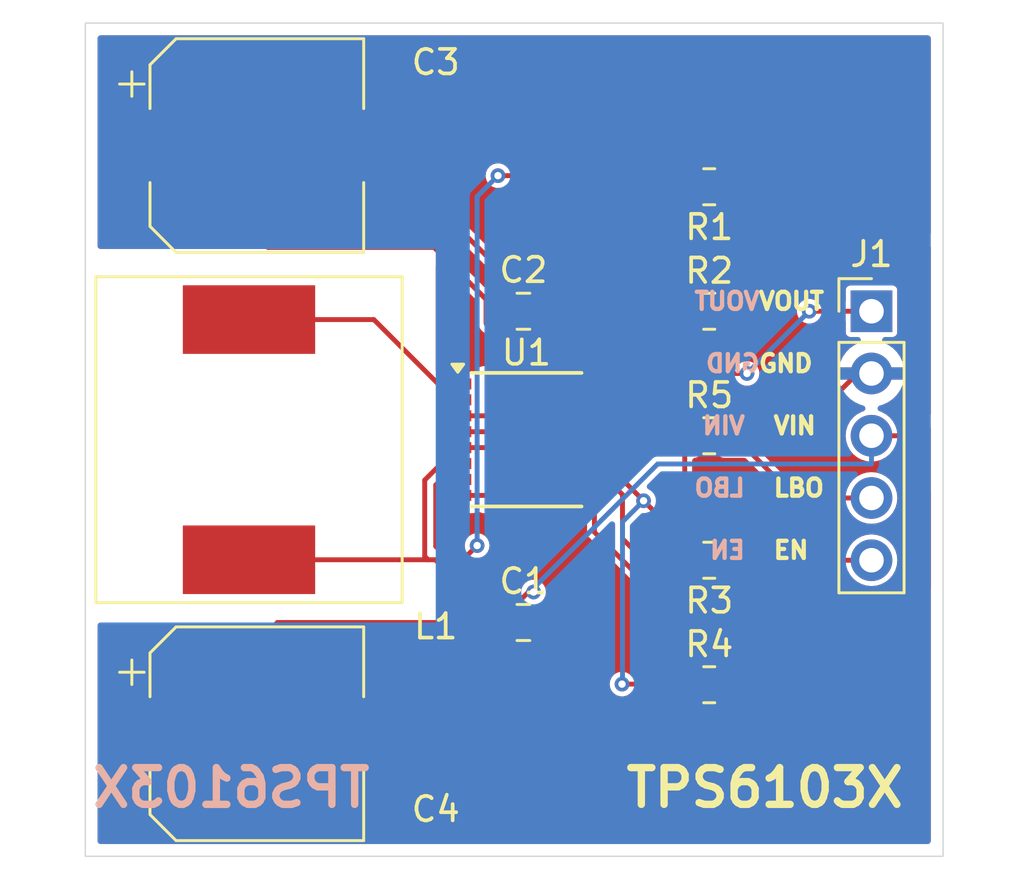
<source format=kicad_pcb>
(kicad_pcb (version 20221018) (generator pcbnew)
  (layers (0 "F.Cu" signal) (31 "B.Cu" signal) (34 "B.Paste" user) (35 "F.Paste" user) (36 "B.SilkS" user "B.Silkscreen") (37 "F.SilkS" user "F.Silkscreen") (38 "B.Mask" user) (39 "F.Mask" user) (44 "Edge.Cuts" user))
  (net 0 "")
  (net 2 "GND")
  (net 3 "Net-(C2-Pad2)")
  (net 4 "Net-(L1-Pad2)")
  (net 5 "Net-(U1-LBI)")
  (net 6 "Net-(U1-FB)")
  (net 7 "/VIN")
  (net 8 "/VOUT")
  (net 9 "/LBO")
  (net 10 "/EN")
  (footprint "Package_SO:HTSSOP-16-1EP_4.4x5mm_P0.65mm_EP3.4x5mm" (layer "F.Cu") (at 118 117)
    (fp_text reference "U1" (at 0 -3.55) (layer "F.SilkS"))
    (fp_text value "TPS61032")
    (fp_line (start -2.25 -2.725) (end 2.25 -2.725) (stroke (width 0.15)) (layer "F.SilkS"))
    (fp_line (start -2.25 2.725) (end 2.25 2.725) (stroke (width 0.15)) (layer "F.SilkS"))
    (fp_poly (pts (xy -2.8 -2.75) (xy -3.04 -3.08) (xy -2.56 -3.08) (xy -2.8 -2.75)) (stroke (width 0.12)) (fill solid) (layer "F.SilkS"))
    (pad "1" smd rect (at -2.775 -2.275) (size 1.05 0.45) (layers "F.Cu" "F.Paste" "F.Mask") (net 4 "Net-(L1-Pad2)"))
    (pad "2" smd rect (at -2.775 -1.625) (size 1.05 0.45) (layers "F.Cu" "F.Paste" "F.Mask") (net 4 "Net-(L1-Pad2)"))
    (pad "3" smd rect (at -2.775 -0.975) (size 1.05 0.45) (layers "F.Cu" "F.Paste" "F.Mask") (net 2 "GND"))
    (pad "4" smd rect (at -2.775 -0.325) (size 1.05 0.45) (layers "F.Cu" "F.Paste" "F.Mask") (net 2 "GND"))
    (pad "5" smd rect (at -2.775 0.325) (size 1.05 0.45) (layers "F.Cu" "F.Paste" "F.Mask") (net 2 "GND"))
    (pad "6" smd rect (at -2.775 0.975) (size 1.05 0.45) (layers "F.Cu" "F.Paste" "F.Mask") (net 7 "/VIN"))
    (pad "7" smd rect (at -2.775 1.625) (size 1.05 0.45) (layers "F.Cu" "F.Paste" "F.Mask") (net 5 "Net-(U1-LBI)"))
    (pad "8" smd rect (at -2.775 2.275) (size 1.05 0.45) (layers "F.Cu" "F.Paste" "F.Mask") (net 2 "GND"))
    (pad "9" smd rect (at 2.775 2.275) (size 1.05 0.45) (layers "F.Cu" "F.Paste" "F.Mask") (net 10 "/EN"))
    (pad "10" smd rect (at 2.775 1.625) (size 1.05 0.45) (layers "F.Cu" "F.Paste" "F.Mask") (net 9 "/LBO"))
    (pad "11" smd rect (at 2.775 0.975) (size 1.05 0.45) (layers "F.Cu" "F.Paste" "F.Mask") (net 2 "GND"))
    (pad "12" smd rect (at 2.775 0.325) (size 1.05 0.45) (layers "F.Cu" "F.Paste" "F.Mask") (net 6 "Net-(U1-FB)"))
    (pad "13" smd rect (at 2.775 -0.325) (size 1.05 0.45) (layers "F.Cu" "F.Paste" "F.Mask") (net 8 "/VOUT"))
    (pad "14" smd rect (at 2.775 -0.975) (size 1.05 0.45) (layers "F.Cu" "F.Paste" "F.Mask") (net 8 "/VOUT"))
    (pad "15" smd rect (at 2.775 -1.625) (size 1.05 0.45) (layers "F.Cu" "F.Paste" "F.Mask") (net 8 "/VOUT"))
    (pad "16" smd rect (at 2.775 -2.275) (size 1.05 0.45) (layers "F.Cu" "F.Paste" "F.Mask"))
    (pad "17" smd rect (at 0 0) (size 3.4 5) (layers "F.Cu" "F.Mask") (net 2 "GND"))
  )
  (footprint "Capacitor_SMD:CP_Elec_8x10.5" (layer "F.Cu") (at 107 129)
    (fp_text reference "C4" (at 7.3 3.08) (layer "F.SilkS"))
    (fp_text value "C")
    (fp_line (start -5.6 -2.51) (end -4.6 -2.51) (stroke (width 0.12)) (layer "F.SilkS"))
    (fp_line (start -5.1 -3.01) (end -5.1 -2.01) (stroke (width 0.12)) (layer "F.SilkS"))
    (fp_line (start -4.36 -3.295563) (end -4.36 -1.51) (stroke (width 0.12)) (layer "F.SilkS"))
    (fp_line (start -4.36 -3.295563) (end -3.295563 -4.36) (stroke (width 0.12)) (layer "F.SilkS"))
    (fp_line (start -4.36 3.295563) (end -4.36 1.51) (stroke (width 0.12)) (layer "F.SilkS"))
    (fp_line (start -4.36 3.295563) (end -3.295563 4.36) (stroke (width 0.12)) (layer "F.SilkS"))
    (fp_line (start -3.295563 -4.36) (end 4.36 -4.36) (stroke (width 0.12)) (layer "F.SilkS"))
    (fp_line (start -3.295563 4.36) (end 4.36 4.36) (stroke (width 0.12)) (layer "F.SilkS"))
    (fp_line (start 4.36 -4.36) (end 4.36 -1.51) (stroke (width 0.12)) (layer "F.SilkS"))
    (fp_line (start 4.36 4.36) (end 4.36 1.51) (stroke (width 0.12)) (layer "F.SilkS"))
    (pad "1" smd roundrect (at -3.7 0) (size 4.4 2.5) (layers "F.Cu" "F.Paste" "F.Mask") (roundrect_rratio 0.1) (net 7 "/VIN"))
    (pad "2" smd roundrect (at 3.7 0) (size 4.4 2.5) (layers "F.Cu" "F.Paste" "F.Mask") (roundrect_rratio 0.1) (net 2 "GND"))
  )
  (footprint "Resistor_SMD:R_0805_2012Metric_Pad1.20x1.40mm_HandSolder" (layer "F.Cu") (at 125.46 121.92 180)
    (fp_text reference "R3" (at 0 -1.65) (layer "F.SilkS"))
    (fp_text value "R")
    (fp_line (start -0.227064 -0.735) (end 0.227064 -0.735) (stroke (width 0.12)) (layer "F.SilkS"))
    (fp_line (start -0.227064 0.735) (end 0.227064 0.735) (stroke (width 0.12)) (layer "F.SilkS"))
    (pad "1" smd roundrect (at -1 0 180) (size 1.2 1.4) (layers "F.Cu" "F.Paste" "F.Mask") (roundrect_rratio 0.208333) (net 8 "/VOUT"))
    (pad "2" smd roundrect (at 1 0 180) (size 1.2 1.4) (layers "F.Cu" "F.Paste" "F.Mask") (roundrect_rratio 0.208333) (net 6 "Net-(U1-FB)"))
  )
  (footprint "Capacitor_SMD:C_0805_2012Metric_Pad1.18x1.45mm_HandSolder" (layer "F.Cu") (at 117.8775 124.46)
    (fp_text reference "C1" (at 0 -1.68) (layer "F.SilkS"))
    (fp_text value "C")
    (fp_line (start -0.261252 -0.735) (end 0.261252 -0.735) (stroke (width 0.12)) (layer "F.SilkS"))
    (fp_line (start -0.261252 0.735) (end 0.261252 0.735) (stroke (width 0.12)) (layer "F.SilkS"))
    (pad "1" smd roundrect (at -1.0375 0) (size 1.175 1.45) (layers "F.Cu" "F.Paste" "F.Mask") (roundrect_rratio 0.212766) (net 7 "/VIN"))
    (pad "2" smd roundrect (at 1.0375 0) (size 1.175 1.45) (layers "F.Cu" "F.Paste" "F.Mask") (roundrect_rratio 0.212766) (net 2 "GND"))
  )
  (footprint "Inductor_SMD_power:L_Sumida_CDRH124_12.3x12.3mm" (layer "F.Cu") (at 106.68 117 180)
    (fp_text reference "L1" (at -7.62 -7.62) (layer "F.SilkS"))
    (fp_text value "L")
    (fp_line (start -6.25 -6.65) (end 6.25 -6.65) (stroke (width 0.12)) (layer "F.SilkS"))
    (fp_line (start -6.25 6.65) (end -6.25 -6.65) (stroke (width 0.12)) (layer "F.SilkS"))
    (fp_line (start 6.25 -6.65) (end 6.25 6.65) (stroke (width 0.12)) (layer "F.SilkS"))
    (fp_line (start 6.25 6.65) (end -6.25 6.65) (stroke (width 0.12)) (layer "F.SilkS"))
    (pad "1" smd rect (at 0 -4.9 90) (size 2.8 5.4) (layers "F.Cu" "F.Paste" "F.Mask") (net 7 "/VIN"))
    (pad "2" smd rect (at 0 4.9 90) (size 2.8 5.4) (layers "F.Cu" "F.Paste" "F.Mask") (net 4 "Net-(L1-Pad2)"))
  )
  (footprint "Resistor_SMD:R_0805_2012Metric_Pad1.20x1.40mm_HandSolder" (layer "F.Cu") (at 125.46 106.68 180)
    (fp_text reference "R1" (at 0 -1.65) (layer "F.SilkS"))
    (fp_text value "R")
    (fp_line (start -0.227064 -0.735) (end 0.227064 -0.735) (stroke (width 0.12)) (layer "F.SilkS"))
    (fp_line (start -0.227064 0.735) (end 0.227064 0.735) (stroke (width 0.12)) (layer "F.SilkS"))
    (pad "1" smd roundrect (at -1 0 180) (size 1.2 1.4) (layers "F.Cu" "F.Paste" "F.Mask") (roundrect_rratio 0.208333) (net 7 "/VIN"))
    (pad "2" smd roundrect (at 1 0 180) (size 1.2 1.4) (layers "F.Cu" "F.Paste" "F.Mask") (roundrect_rratio 0.208333) (net 5 "Net-(U1-LBI)"))
  )
  (footprint "Resistor_SMD:R_0805_2012Metric_Pad1.20x1.40mm_HandSolder" (layer "F.Cu") (at 125.46 116.84)
    (fp_text reference "R5" (at 0 -1.65) (layer "F.SilkS"))
    (fp_text value "R")
    (fp_line (start -0.227064 -0.735) (end 0.227064 -0.735) (stroke (width 0.12)) (layer "F.SilkS"))
    (fp_line (start -0.227064 0.735) (end 0.227064 0.735) (stroke (width 0.12)) (layer "F.SilkS"))
    (pad "1" smd roundrect (at -1 0) (size 1.2 1.4) (layers "F.Cu" "F.Paste" "F.Mask") (roundrect_rratio 0.208333) (net 8 "/VOUT"))
    (pad "2" smd roundrect (at 1 0) (size 1.2 1.4) (layers "F.Cu" "F.Paste" "F.Mask") (roundrect_rratio 0.208333) (net 9 "/LBO"))
  )
  (footprint "Capacitor_SMD:CP_Elec_8x10.5" (layer "F.Cu") (at 107 105)
    (fp_text reference "C3" (at 7.3 -3.4) (layer "F.SilkS"))
    (fp_text value "C")
    (fp_line (start -5.6 -2.51) (end -4.6 -2.51) (stroke (width 0.12)) (layer "F.SilkS"))
    (fp_line (start -5.1 -3.01) (end -5.1 -2.01) (stroke (width 0.12)) (layer "F.SilkS"))
    (fp_line (start -4.36 -3.295563) (end -4.36 -1.51) (stroke (width 0.12)) (layer "F.SilkS"))
    (fp_line (start -4.36 -3.295563) (end -3.295563 -4.36) (stroke (width 0.12)) (layer "F.SilkS"))
    (fp_line (start -4.36 3.295563) (end -4.36 1.51) (stroke (width 0.12)) (layer "F.SilkS"))
    (fp_line (start -4.36 3.295563) (end -3.295563 4.36) (stroke (width 0.12)) (layer "F.SilkS"))
    (fp_line (start -3.295563 -4.36) (end 4.36 -4.36) (stroke (width 0.12)) (layer "F.SilkS"))
    (fp_line (start -3.295563 4.36) (end 4.36 4.36) (stroke (width 0.12)) (layer "F.SilkS"))
    (fp_line (start 4.36 -4.36) (end 4.36 -1.51) (stroke (width 0.12)) (layer "F.SilkS"))
    (fp_line (start 4.36 4.36) (end 4.36 1.51) (stroke (width 0.12)) (layer "F.SilkS"))
    (pad "1" smd roundrect (at -3.7 0) (size 4.4 2.5) (layers "F.Cu" "F.Paste" "F.Mask") (roundrect_rratio 0.1) (net 8 "/VOUT"))
    (pad "2" smd roundrect (at 3.7 0) (size 4.4 2.5) (layers "F.Cu" "F.Paste" "F.Mask") (roundrect_rratio 0.1) (net 3 "Net-(C2-Pad2)"))
  )
  (footprint "Resistor_SMD:R_0805_2012Metric_Pad1.20x1.40mm_HandSolder" (layer "F.Cu") (at 125.46 127)
    (fp_text reference "R4" (at 0 -1.65) (layer "F.SilkS"))
    (fp_text value "R")
    (fp_line (start -0.227064 -0.735) (end 0.227064 -0.735) (stroke (width 0.12)) (layer "F.SilkS"))
    (fp_line (start -0.227064 0.735) (end 0.227064 0.735) (stroke (width 0.12)) (layer "F.SilkS"))
    (pad "1" smd roundrect (at -1 0) (size 1.2 1.4) (layers "F.Cu" "F.Paste" "F.Mask") (roundrect_rratio 0.208333) (net 6 "Net-(U1-FB)"))
    (pad "2" smd roundrect (at 1 0) (size 1.2 1.4) (layers "F.Cu" "F.Paste" "F.Mask") (roundrect_rratio 0.208333) (net 2 "GND"))
  )
  (footprint "Connector_PinHeader_2.54mm:PinHeader_1x05_P2.54mm_Vertical" (layer "F.Cu") (at 132.08 111.76)
    (fp_text reference "J1" (at 0 -2.33) (layer "F.SilkS"))
    (fp_text value "Conn_01x05_Pin")
    (fp_line (start -1.33 -1.33) (end 0 -1.33) (stroke (width 0.12)) (layer "F.SilkS"))
    (fp_line (start -1.33 0) (end -1.33 -1.33) (stroke (width 0.12)) (layer "F.SilkS"))
    (fp_line (start -1.33 1.27) (end -1.33 11.49) (stroke (width 0.12)) (layer "F.SilkS"))
    (fp_line (start -1.33 1.27) (end 1.33 1.27) (stroke (width 0.12)) (layer "F.SilkS"))
    (fp_line (start -1.33 11.49) (end 1.33 11.49) (stroke (width 0.12)) (layer "F.SilkS"))
    (fp_line (start 1.33 1.27) (end 1.33 11.49) (stroke (width 0.12)) (layer "F.SilkS"))
    (pad "1" thru_hole rect (at 0 0) (size 1.7 1.7) (drill 1) (layers "*.Cu" "*.Mask") (net 8 "/VOUT"))
    (pad "2" thru_hole oval (at 0 2.54) (size 1.7 1.7) (drill 1) (layers "*.Cu" "*.Mask") (net 2 "GND"))
    (pad "3" thru_hole oval (at 0 5.08) (size 1.7 1.7) (drill 1) (layers "*.Cu" "*.Mask") (net 7 "/VIN"))
    (pad "4" thru_hole oval (at 0 7.62) (size 1.7 1.7) (drill 1) (layers "*.Cu" "*.Mask") (net 9 "/LBO"))
    (pad "5" thru_hole oval (at 0 10.16) (size 1.7 1.7) (drill 1) (layers "*.Cu" "*.Mask") (net 10 "/EN"))
  )
  (footprint "Capacitor_SMD:C_0805_2012Metric_Pad1.18x1.45mm_HandSolder" (layer "F.Cu") (at 117.8775 111.76)
    (fp_text reference "C2" (at 0 -1.68) (layer "F.SilkS"))
    (fp_text value "C")
    (fp_line (start -0.261252 -0.735) (end 0.261252 -0.735) (stroke (width 0.12)) (layer "F.SilkS"))
    (fp_line (start -0.261252 0.735) (end 0.261252 0.735) (stroke (width 0.12)) (layer "F.SilkS"))
    (pad "1" smd roundrect (at -1.0375 0) (size 1.175 1.45) (layers "F.Cu" "F.Paste" "F.Mask") (roundrect_rratio 0.212766) (net 8 "/VOUT"))
    (pad "2" smd roundrect (at 1.0375 0) (size 1.175 1.45) (layers "F.Cu" "F.Paste" "F.Mask") (roundrect_rratio 0.212766) (net 3 "Net-(C2-Pad2)"))
  )
  (footprint "Resistor_SMD:R_0805_2012Metric_Pad1.20x1.40mm_HandSolder" (layer "F.Cu") (at 125.46 111.76)
    (fp_text reference "R2" (at 0 -1.65) (layer "F.SilkS"))
    (fp_text value "R")
    (fp_line (start -0.227064 -0.735) (end 0.227064 -0.735) (stroke (width 0.12)) (layer "F.SilkS"))
    (fp_line (start -0.227064 0.735) (end 0.227064 0.735) (stroke (width 0.12)) (layer "F.SilkS"))
    (pad "1" smd roundrect (at -1 0) (size 1.2 1.4) (layers "F.Cu" "F.Paste" "F.Mask") (roundrect_rratio 0.208333) (net 5 "Net-(U1-LBI)"))
    (pad "2" smd roundrect (at 1 0) (size 1.2 1.4) (layers "F.Cu" "F.Paste" "F.Mask") (roundrect_rratio 0.208333) (net 2 "GND"))
  )
  (gr_rect (start 100 100) (end 135 134) (stroke (width 0.05)) (fill none) (layer "Edge.Cuts"))
  (gr_text "VOUT" (at 127.6 111.76) (layer "B.SilkS") (effects (font (size 0.7 0.7) (thickness 0.175) bold) (justify left bottom mirror)))
  (gr_text "EN" (at 127 121.92) (layer "B.SilkS") (effects (font (size 0.7 0.7) (thickness 0.175) bold) (justify left bottom mirror)))
  (gr_text "VIN" (at 127 116.84) (layer "B.SilkS") (effects (font (size 0.7 0.7) (thickness 0.175) bold) (justify left bottom mirror)))
  (gr_text "TPS6103X" (at 111.76 132.08) (layer "B.SilkS") (effects (font (size 1.5 1.5) (thickness 0.3) bold) (justify left bottom mirror)))
  (gr_text "LBO" (at 127 119.38) (layer "B.SilkS") (effects (font (size 0.7 0.7) (thickness 0.175) bold) (justify left bottom mirror)))
  (gr_text "GND" (at 127.6 114.3) (layer "B.SilkS") (effects (font (size 0.7 0.7) (thickness 0.175) bold) (justify left bottom mirror)))
  (gr_text "EN" (at 128 121.92) (layer "F.SilkS") (effects (font (size 0.7 0.7) (thickness 0.175) bold) (justify left bottom)))
  (gr_text "TPS6103X" (at 121.92 132.08) (layer "F.SilkS") (effects (font (size 1.5 1.5) (thickness 0.3) bold) (justify left bottom)))
  (gr_text "LBO" (at 128 119.38) (layer "F.SilkS") (effects (font (size 0.7 0.7) (thickness 0.175) bold) (justify left bottom)))
  (gr_text "VOUT" (at 127.4 111.76) (layer "F.SilkS") (effects (font (size 0.7 0.7) (thickness 0.175) bold) (justify left bottom)))
  (gr_text "VIN" (at 128 116.84) (layer "F.SilkS") (effects (font (size 0.7 0.7) (thickness 0.175) bold) (justify left bottom)))
  (gr_text "GND" (at 127.4 114.3) (layer "F.SilkS") (effects (font (size 0.7 0.7) (thickness 0.175) bold) (justify left bottom)))
  (segment (start 118 117) (end 118.1635 117.1634) (width 0.2) (layer "F.Cu") (net 2))
  (segment (start 118.975 117.975) (end 120.775 117.975) (width 0.2) (layer "F.Cu") (net 2))
  (segment (start 123.92 124.46) (end 118.915 124.46) (width 0.2) (layer "F.Cu") (net 2))
  (segment (start 115.225 119.275) (end 116.735 119.275) (width 0.2) (layer "F.Cu") (net 2))
  (segment (start 129.54 116.84) (end 130.83 118.13) (width 0.2) (layer "F.Cu") (net 2))
  (segment (start 110.7 129) (end 124.46 129) (width 0.2) (layer "F.Cu") (net 2))
  (segment (start 129.54 116.2641) (end 129.54 116.84) (width 0.2) (layer "F.Cu") (net 2))
  (segment (start 131.5041 114.3) (end 129.54 116.2641) (width 0.2) (layer "F.Cu") (net 2))
  (segment (start 116.84 119.38) (end 116.735 119.275) (width 0.2) (layer "F.Cu") (net 2))
  (segment (start 134.4 119.16) (end 134.4 122.96625) (width 0.2) (layer "F.Cu") (net 2))
  (segment (start 130.83 118.13) (end 133.37 118.13) (width 0.2) (layer "F.Cu") (net 2))
  (segment (start 128.3881 111.76) (end 126.46 111.76) (width 0.2) (layer "F.Cu") (net 2))
  (segment (start 115.225 116.025) (end 117.025 116.025) (width 0.2) (layer "F.Cu") (net 2))
  (segment (start 117.675 116.675) (end 118 117) (width 0.2) (layer "F.Cu") (net 2))
  (segment (start 118.1635 117.1634) (end 118.975 117.975) (width 0.2) (layer "F.Cu") (net 2))
  (segment (start 133.37 118.13) (end 134.4 119.16) (width 0.2) (layer "F.Cu") (net 2))
  (segment (start 124.46 129) (end 126.46 127) (width 0.2) (layer "F.Cu") (net 2))
  (segment (start 130.9281 114.3) (end 128.3881 111.76) (width 0.2) (layer "F.Cu") (net 2))
  (segment (start 134.4 122.96625) (end 130.36625 127) (width 0.2) (layer "F.Cu") (net 2))
  (segment (start 115.225 117.325) (end 117.675 117.325) (width 0.2) (layer "F.Cu") (net 2))
  (segment (start 130.36625 127) (end 126.46 127) (width 0.2) (layer "F.Cu") (net 2))
  (segment (start 131.5041 114.3) (end 130.9281 114.3) (width 0.2) (layer "F.Cu") (net 2))
  (segment (start 118.915 121.455) (end 116.84 119.38) (width 0.2) (layer "F.Cu") (net 2))
  (segment (start 132.08 114.3) (end 131.5041 114.3) (width 0.2) (layer "F.Cu") (net 2))
  (segment (start 118.915 124.46) (end 118.915 121.455) (width 0.2) (layer "F.Cu") (net 2))
  (segment (start 115.225 116.675) (end 117.675 116.675) (width 0.2) (layer "F.Cu") (net 2))
  (segment (start 117.025 116.025) (end 118 117) (width 0.2) (layer "F.Cu") (net 2))
  (segment (start 126.46 127) (end 123.92 124.46) (width 0.2) (layer "F.Cu") (net 2))
  (segment (start 117.675 117.325) (end 118 117) (width 0.2) (layer "F.Cu") (net 2))
  (segment (start 118.6242 111.76) (end 118.915 111.76) (width 0.2) (layer "F.Cu") (net 3))
  (segment (start 111.8642 105) (end 118.6242 111.76) (width 0.2) (layer "F.Cu") (net 3))
  (segment (start 110.7 105) (end 111.8642 105) (width 0.2) (layer "F.Cu") (net 3))
  (segment (start 106.68 112.1) (end 111.7731 112.1) (width 0.2) (layer "F.Cu") (net 4))
  (segment (start 115.225 114.725) (end 115.225 115.375) (width 0.2) (layer "F.Cu") (net 4))
  (segment (start 111.7731 112.1) (end 114.3981 114.725) (width 0.2) (layer "F.Cu") (net 4))
  (segment (start 115.225 114.725) (end 114.3981 114.725) (width 0.2) (layer "F.Cu") (net 4))
  (segment (start 124.007 106.227) (end 124.46 106.68) (width 0.2) (layer "F.Cu") (net 5))
  (segment (start 114.865686 121.92) (end 115.3887 121.92) (width 0.2) (layer "F.Cu") (net 5))
  (segment (start 115.3887 121.92) (end 115.9886 121.3201) (width 0.2) (layer "F.Cu") (net 5))
  (segment (start 124.46 111.76) (end 124.46 106.68) (width 0.2) (layer "F.Cu") (net 5))
  (segment (start 114.3 118.85) (end 114.3 121.354314) (width 0.2) (layer "F.Cu") (net 5))
  (segment (start 116.84 106.227) (end 124.007 106.227) (width 0.2) (layer "F.Cu") (net 5))
  (segment (start 115.225 118.625) (end 114.525 118.625) (width 0.2) (layer "F.Cu") (net 5))
  (segment (start 114.525 118.625) (end 114.3 118.85) (width 0.2) (layer "F.Cu") (net 5))
  (segment (start 114.3 121.354314) (end 114.865686 121.92) (width 0.2) (layer "F.Cu") (net 5))
  (via (at 115.9886 121.3201) (size 0.6) (drill 0.3) (layers "F.Cu" "B.Cu") (net 5))
  (via (at 116.84 106.227) (size 0.6) (drill 0.3) (layers "F.Cu" "B.Cu") (net 5))
  (segment (start 115.9886 107.0784) (end 115.9886 121.3201) (width 0.2) (layer "B.Cu") (net 5))
  (segment (start 116.84 106.227) (end 115.9886 107.0784) (width 0.2) (layer "B.Cu") (net 5))
  (segment (start 121.9005 126.975) (end 124.435 126.975) (width 0.2) (layer "F.Cu") (net 6))
  (segment (start 122.7793 119.4926) (end 122.7793 119.6181) (width 0.2) (layer "F.Cu") (net 6))
  (segment (start 122.7793 119.6181) (end 122.7793 119.4926) (width 0.2) (layer "F.Cu") (net 6))
  (segment (start 121.92 117.77) (end 121.475 117.325) (width 0.2) (layer "F.Cu") (net 6))
  (segment (start 124.46 121.1733) (end 122.7793 119.4926) (width 0.2) (layer "F.Cu") (net 6))
  (segment (start 122.7793 119.4926) (end 121.92 118.6333) (width 0.2) (layer "F.Cu") (net 6))
  (segment (start 121.92 118.6333) (end 121.92 117.77) (width 0.2) (layer "F.Cu") (net 6))
  (segment (start 124.46 121.92) (end 124.46 121.1733) (width 0.2) (layer "F.Cu") (net 6))
  (segment (start 124.435 126.975) (end 124.46 127) (width 0.2) (layer "F.Cu") (net 6))
  (segment (start 121.475 117.325) (end 120.775 117.325) (width 0.2) (layer "F.Cu") (net 6))
  (via (at 122.7793 119.4926) (size 0.6) (drill 0.3) (layers "F.Cu" "B.Cu") (net 6))
  (via (at 121.9005 126.975) (size 0.6) (drill 0.3) (layers "F.Cu" "B.Cu") (net 6))
  (segment (start 121.9005 126.975) (end 121.92 126.9555) (width 0.2) (layer "B.Cu") (net 6))
  (segment (start 121.92 120.3519) (end 122.7793 119.4926) (width 0.2) (layer "B.Cu") (net 6))
  (segment (start 121.92 126.9555) (end 121.92 120.3519) (width 0.2) (layer "B.Cu") (net 6))
  (segment (start 103.3 129) (end 107.84 124.46) (width 0.2) (layer "F.Cu") (net 7))
  (segment (start 113.991 121.9) (end 113.849854 121.758853) (width 0.2) (layer "F.Cu") (net 7))
  (segment (start 114.525 117.975) (end 115.225 117.975) (width 0.2) (layer "F.Cu") (net 7))
  (segment (start 118.083 123.217) (end 116.84 124.46) (width 0.2) (layer "F.Cu") (net 7))
  (segment (start 133.4681 116.84) (end 132.08 116.84) (width 0.2) (layer "F.Cu") (net 7))
  (segment (start 131.89295 106.68) (end 134.4 109.18705) (width 0.2) (layer "F.Cu") (net 7))
  (segment (start 107.84 124.46) (end 116.84 124.46) (width 0.2) (layer "F.Cu") (net 7))
  (segment (start 134.4 115.9081) (end 133.4681 116.84) (width 0.2) (layer "F.Cu") (net 7))
  (segment (start 134.4 109.18705) (end 134.4 115.9081) (width 0.2) (layer "F.Cu") (net 7))
  (segment (start 114.28 121.9) (end 116.84 124.46) (width 0.2) (layer "F.Cu") (net 7))
  (segment (start 126.46 106.68) (end 131.89295 106.68) (width 0.2) (layer "F.Cu") (net 7))
  (segment (start 118.291 123.217) (end 118.083 123.217) (width 0.2) (layer "F.Cu") (net 7))
  (segment (start 113.991 121.9) (end 114.28 121.9) (width 0.2) (layer "F.Cu") (net 7))
  (segment (start 106.68 121.9) (end 113.991 121.9) (width 0.2) (layer "F.Cu") (net 7))
  (segment (start 113.849854 121.758853) (end 113.849854 118.650146) (width 0.2) (layer "F.Cu") (net 7))
  (segment (start 113.849854 118.650146) (end 114.525 117.975) (width 0.2) (layer "F.Cu") (net 7))
  (via (at 118.291 123.217) (size 0.6) (drill 0.3) (layers "F.Cu" "B.Cu") (net 7))
  (segment (start 132.08 117.9919) (end 123.3573 117.9919) (width 0.2) (layer "B.Cu") (net 7))
  (segment (start 123.3573 117.9919) (end 118.291 123.0582) (width 0.2) (layer "B.Cu") (net 7))
  (segment (start 118.291 123.0582) (end 118.291 123.217) (width 0.2) (layer "B.Cu") (net 7))
  (segment (start 132.08 116.84) (end 132.08 117.9919) (width 0.2) (layer "B.Cu") (net 7))
  (segment (start 114.2364 109.1564) (end 117.8664 112.7864) (width 0.2) (layer "F.Cu") (net 8))
  (segment (start 121.501 116.675) (end 121.6019 116.675) (width 0.2) (layer "F.Cu") (net 8))
  (segment (start 121.302 115.375) (end 121.6019 115.375) (width 0.2) (layer "F.Cu") (net 8))
  (segment (start 107.4564 109.1564) (end 114.2364 109.1564) (width 0.2) (layer "F.Cu") (net 8))
  (segment (start 117.8664 112.7864) (end 121.6004 112.7864) (width 0.2) (layer "F.Cu") (net 8))
  (segment (start 121.302 115.375) (end 121.92 114.757) (width 0.2) (layer "F.Cu") (net 8))
  (segment (start 129.54 111.76) (end 132.08 111.76) (width 0.2) (layer "F.Cu") (net 8))
  (segment (start 103.3 105) (end 107.4564 109.1564) (width 0.2) (layer "F.Cu") (net 8))
  (segment (start 121.2755 115.375) (end 121.302 115.375) (width 0.2) (layer "F.Cu") (net 8))
  (segment (start 121.6004 112.7864) (end 121.6019 112.7879) (width 0.2) (layer "F.Cu") (net 8))
  (segment (start 120.775 116.675) (end 121.501 116.675) (width 0.2) (layer "F.Cu") (net 8))
  (segment (start 121.92 113.106) (end 121.6019 112.7879) (width 0.2) (layer "F.Cu") (net 8))
  (segment (start 123.114 114.3) (end 127 114.3) (width 0.2) (layer "F.Cu") (net 8))
  (segment (start 124.46 116.84) (end 124.46 119.92) (width 0.2) (layer "F.Cu") (net 8))
  (segment (start 121.6019 116.025) (end 121.6019 116.675) (width 0.2) (layer "F.Cu") (net 8))
  (segment (start 124.295 116.675) (end 124.46 116.84) (width 0.2) (layer "F.Cu") (net 8))
  (segment (start 121.6004 112.7864) (end 123.114 114.3) (width 0.2) (layer "F.Cu") (net 8))
  (segment (start 121.6019 116.675) (end 124.295 116.675) (width 0.2) (layer "F.Cu") (net 8))
  (segment (start 114.2364 109.1564) (end 116.84 111.76) (width 0.2) (layer "F.Cu") (net 8))
  (segment (start 121.92 114.757) (end 121.92 113.106) (width 0.2) (layer "F.Cu") (net 8))
  (segment (start 121.6019 115.375) (end 121.6019 116.025) (width 0.2) (layer "F.Cu") (net 8))
  (segment (start 124.46 119.92) (end 126.46 121.92) (width 0.2) (layer "F.Cu") (net 8))
  (segment (start 120.775 116.025) (end 121.6019 116.025) (width 0.2) (layer "F.Cu") (net 8))
  (segment (start 120.775 115.375) (end 121.2755 115.375) (width 0.2) (layer "F.Cu") (net 8))
  (via (at 127 114.3) (size 0.6) (drill 0.3) (layers "F.Cu" "B.Cu") (net 8))
  (via (at 129.54 111.76) (size 0.6) (drill 0.3) (layers "F.Cu" "B.Cu") (net 8))
  (segment (start 129.54 111.76) (end 127 114.3) (width 0.2) (layer "B.Cu") (net 8))
  (segment (start 124.938 124.06) (end 121.92 121.042) (width 0.2) (layer "F.Cu") (net 9))
  (segment (start 128.1306 123.3294) (end 127.4 124.06) (width 0.2) (layer "F.Cu") (net 9))
  (segment (start 121.302 118.625) (end 120.775 118.625) (width 0.2) (layer "F.Cu") (net 9))
  (segment (start 121.92 121.042) (end 121.92 119.243) (width 0.2) (layer "F.Cu") (net 9))
  (segment (start 128.1306 119.38) (end 128.1306 123.3294) (width 0.2) (layer "F.Cu") (net 9))
  (segment (start 132.08 119.38) (end 128.1306 119.38) (width 0.2) (layer "F.Cu") (net 9))
  (segment (start 126.46 116.84) (end 128.1306 118.5106) (width 0.2) (layer "F.Cu") (net 9))
  (segment (start 121.92 119.243) (end 121.302 118.625) (width 0.2) (layer "F.Cu") (net 9))
  (segment (start 127.4 124.06) (end 124.938 124.06) (width 0.2) (layer "F.Cu") (net 9))
  (segment (start 128.1306 118.5106) (end 128.1306 119.38) (width 0.2) (layer "F.Cu") (net 9))
  (segment (start 124.085686 124.06) (end 124.06 124.06) (width 0.2) (layer "F.Cu") (net 10))
  (segment (start 130.9281 121.92) (end 128.3881 124.46) (width 0.2) (layer "F.Cu") (net 10))
  (segment (start 128.3881 124.46) (end 124.485686 124.46) (width 0.2) (layer "F.Cu") (net 10))
  (segment (start 120.775 120.775) (end 120.775 119.275) (width 0.2) (layer "F.Cu") (net 10))
  (segment (start 124.485686 124.46) (end 124.085686 124.06) (width 0.2) (layer "F.Cu") (net 10))
  (segment (start 132.08 121.92) (end 130.9281 121.92) (width 0.2) (layer "F.Cu") (net 10))
  (segment (start 124.06 124.06) (end 120.775 120.775) (width 0.2) (layer "F.Cu") (net 10))
  (zone (net 0) (net_name "") (layer "F.Cu") (connect_pads (clearance 0)) (min_thickness 0.25)
    (keepout (tracks allowed) (vias allowed) (pads allowed) (copperpour not_allowed) (footprints allowed))
    (fill (thermal_gap 0.5) (thermal_bridge_width 0.5))
    (polygon (pts (xy 96.52 109.22) (xy 114.3 109.22) (xy 114.3 124.46) (xy 96.52 124.46)))
  )
  (zone (net 2) (net_name "GND") (layers "F&B.Cu") (connect_pads (clearance 0)) (min_thickness 0.25) (fill yes (thermal_gap 0.5) (thermal_bridge_width 0.5))
    (polygon (pts (xy 99.06 99.06) (xy 99.06 134.62) (xy 137.16 134.62) (xy 137.16 99.06)))
  )
  (zone (net 0) (net_name "") (layer "B.Cu") (connect_pads (clearance 0)) (min_thickness 0.25)
    (keepout (tracks not_allowed) (vias not_allowed) (pads not_allowed) (copperpour not_allowed) (footprints allowed))
    (fill (thermal_gap 0.5) (thermal_bridge_width 0.5))
    (polygon (pts (xy 99.06 109.22) (xy 99.06 124.46) (xy 114.3 124.46) (xy 114.3 109.22)))
  )
)
</source>
